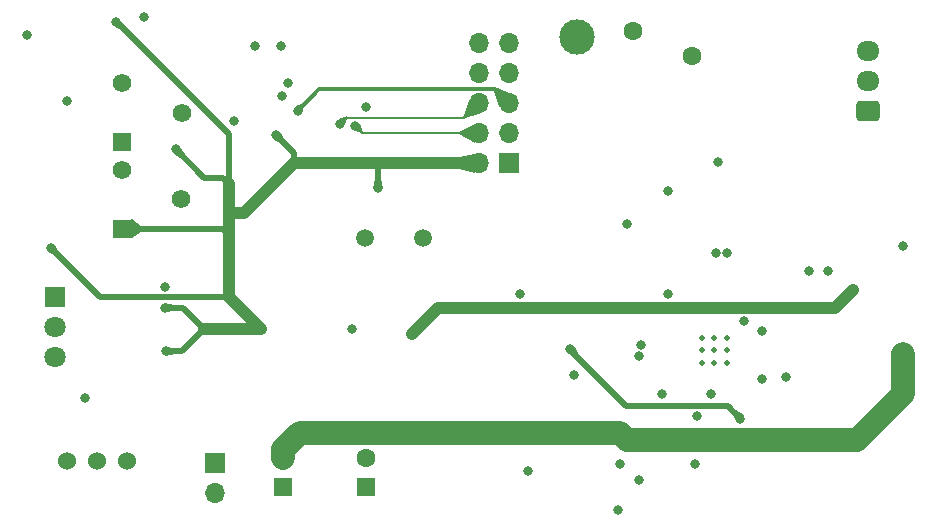
<source format=gbr>
%TF.GenerationSoftware,KiCad,Pcbnew,7.0.8-7.0.8~ubuntu22.04.1*%
%TF.CreationDate,2023-11-02T09:44:39+03:00*%
%TF.ProjectId,outdoor-module,6f757464-6f6f-4722-9d6d-6f64756c652e,rev?*%
%TF.SameCoordinates,Original*%
%TF.FileFunction,Copper,L2,Inr*%
%TF.FilePolarity,Positive*%
%FSLAX46Y46*%
G04 Gerber Fmt 4.6, Leading zero omitted, Abs format (unit mm)*
G04 Created by KiCad (PCBNEW 7.0.8-7.0.8~ubuntu22.04.1) date 2023-11-02 09:44:39*
%MOMM*%
%LPD*%
G01*
G04 APERTURE LIST*
G04 Aperture macros list*
%AMRoundRect*
0 Rectangle with rounded corners*
0 $1 Rounding radius*
0 $2 $3 $4 $5 $6 $7 $8 $9 X,Y pos of 4 corners*
0 Add a 4 corners polygon primitive as box body*
4,1,4,$2,$3,$4,$5,$6,$7,$8,$9,$2,$3,0*
0 Add four circle primitives for the rounded corners*
1,1,$1+$1,$2,$3*
1,1,$1+$1,$4,$5*
1,1,$1+$1,$6,$7*
1,1,$1+$1,$8,$9*
0 Add four rect primitives between the rounded corners*
20,1,$1+$1,$2,$3,$4,$5,0*
20,1,$1+$1,$4,$5,$6,$7,0*
20,1,$1+$1,$6,$7,$8,$9,0*
20,1,$1+$1,$8,$9,$2,$3,0*%
G04 Aperture macros list end*
%TA.AperFunction,ComponentPad*%
%ADD10C,1.500000*%
%TD*%
%TA.AperFunction,ComponentPad*%
%ADD11C,3.000000*%
%TD*%
%TA.AperFunction,ComponentPad*%
%ADD12R,1.800000X1.800000*%
%TD*%
%TA.AperFunction,ComponentPad*%
%ADD13C,1.800000*%
%TD*%
%TA.AperFunction,ComponentPad*%
%ADD14R,1.700000X1.700000*%
%TD*%
%TA.AperFunction,ComponentPad*%
%ADD15O,1.700000X1.700000*%
%TD*%
%TA.AperFunction,ComponentPad*%
%ADD16R,1.600000X1.600000*%
%TD*%
%TA.AperFunction,ComponentPad*%
%ADD17C,1.600000*%
%TD*%
%TA.AperFunction,ComponentPad*%
%ADD18R,1.560000X1.560000*%
%TD*%
%TA.AperFunction,ComponentPad*%
%ADD19C,1.560000*%
%TD*%
%TA.AperFunction,ComponentPad*%
%ADD20C,1.524000*%
%TD*%
%TA.AperFunction,ComponentPad*%
%ADD21C,0.500000*%
%TD*%
%TA.AperFunction,ComponentPad*%
%ADD22RoundRect,0.250000X0.725000X-0.600000X0.725000X0.600000X-0.725000X0.600000X-0.725000X-0.600000X0*%
%TD*%
%TA.AperFunction,ComponentPad*%
%ADD23O,1.950000X1.700000*%
%TD*%
%TA.AperFunction,ViaPad*%
%ADD24C,0.800000*%
%TD*%
%TA.AperFunction,Conductor*%
%ADD25C,0.500000*%
%TD*%
%TA.AperFunction,Conductor*%
%ADD26C,1.000000*%
%TD*%
%TA.AperFunction,Conductor*%
%ADD27C,2.000000*%
%TD*%
%TA.AperFunction,Conductor*%
%ADD28C,0.300000*%
%TD*%
%TA.AperFunction,Conductor*%
%ADD29C,0.200000*%
%TD*%
G04 APERTURE END LIST*
D10*
%TO.N,Net-(U1-XTAL2{slash}PB7)*%
%TO.C,X1*%
X94800000Y-59100000D03*
%TO.N,Net-(U1-XTAL1{slash}PB6)*%
X89920000Y-59100000D03*
%TD*%
D11*
%TO.N,GNDA*%
%TO.C,TP2*%
X107900000Y-42100000D03*
%TD*%
D12*
%TO.N,Net-(D1-A1)*%
%TO.C,D1*%
X63700000Y-64050000D03*
D13*
%TO.N,Net-(D1-K)*%
X63700000Y-66590000D03*
%TO.N,Net-(D1-A2)*%
X63700000Y-69130000D03*
%TD*%
D14*
%TO.N,/MOSI*%
%TO.C,J2*%
X102075000Y-52775000D03*
D15*
%TO.N,+5V*%
X99535000Y-52775000D03*
%TO.N,unconnected-(J2-Pin_3-Pad3)*%
X102075000Y-50235000D03*
%TO.N,/RXD*%
X99535000Y-50235000D03*
%TO.N,/RESET#*%
X102075000Y-47695000D03*
%TO.N,/TXD*%
X99535000Y-47695000D03*
%TO.N,/SCK*%
X102075000Y-45155000D03*
%TO.N,GNDA*%
X99535000Y-45155000D03*
%TO.N,/MISO*%
X102075000Y-42615000D03*
%TO.N,GNDA*%
X99535000Y-42615000D03*
%TD*%
D16*
%TO.N,/VBAT_BEFORE_FUSE*%
%TO.C,C7*%
X90015000Y-80182380D03*
D17*
%TO.N,GNDA*%
X90015000Y-77682380D03*
%TD*%
%TO.N,/CHARGER_SUPPLY*%
%TO.C,RV2*%
X112600000Y-41600000D03*
%TO.N,GNDPWR*%
X117600000Y-43700000D03*
%TD*%
D18*
%TO.N,/NOISE*%
%TO.C,RV3*%
X69380000Y-51000000D03*
D19*
%TO.N,Net-(U10-Vin-)*%
X74380000Y-48500000D03*
%TO.N,GNDA*%
X69380000Y-46000000D03*
%TD*%
D16*
%TO.N,/VBAT_BEFORE_FUSE*%
%TO.C,C3*%
X83000000Y-80182380D03*
D17*
%TO.N,GNDPWR*%
X83000000Y-77682380D03*
%TD*%
D20*
%TO.N,/FM_OUT*%
%TO.C,U2*%
X69740000Y-78000000D03*
%TO.N,+5V*%
X67200000Y-78000000D03*
%TO.N,GNDA*%
X64660000Y-78000000D03*
%TD*%
D18*
%TO.N,+5V*%
%TO.C,RV1*%
X69360000Y-58300000D03*
D19*
%TO.N,Net-(U9-Vin-)*%
X74360000Y-55800000D03*
%TO.N,GNDA*%
X69360000Y-53300000D03*
%TD*%
D21*
%TO.N,GNDPWR*%
%TO.C,U8*%
X120550000Y-67550000D03*
X119500000Y-67550000D03*
X118450000Y-67550000D03*
X120550000Y-68600000D03*
X119500000Y-68600000D03*
X118450000Y-68600000D03*
X120550000Y-69650000D03*
X119500000Y-69650000D03*
X118450000Y-69650000D03*
%TD*%
D14*
%TO.N,GNDPWR*%
%TO.C,J1*%
X77225000Y-78150000D03*
D15*
%TO.N,/VBAT_BEFORE_FUSE*%
X77225000Y-80690000D03*
%TD*%
D22*
%TO.N,Net-(D7-A)*%
%TO.C,J4*%
X132475000Y-48300000D03*
D23*
%TO.N,GNDPWR*%
X132475000Y-45800000D03*
%TO.N,Net-(D6-A)*%
X132475000Y-43300000D03*
%TD*%
D24*
%TO.N,GNDA*%
X103000000Y-63800000D03*
X88800000Y-66800000D03*
X66200000Y-72600000D03*
X71200000Y-40400000D03*
X78800000Y-49200000D03*
X90000000Y-48000000D03*
%TO.N,+5V*%
X117887500Y-78200000D03*
X63300000Y-59900000D03*
X115100000Y-72300000D03*
X68800000Y-40800000D03*
X72950560Y-64987500D03*
X91000000Y-54900000D03*
X81100000Y-66800000D03*
X82400000Y-50400000D03*
X115600000Y-63800000D03*
X73900000Y-51600000D03*
X73050560Y-68687500D03*
%TO.N,GNDA*%
X107300000Y-68500000D03*
X121700000Y-74400000D03*
%TO.N,GNDPWR*%
X135500000Y-59750000D03*
X123500000Y-71000000D03*
X135000000Y-68750000D03*
X136000000Y-68750000D03*
%TO.N,/RESET#*%
X84200000Y-48300000D03*
%TO.N,+3V3*%
X61300000Y-41900000D03*
%TO.N,Net-(Q4-G)*%
X115600000Y-55100000D03*
%TO.N,Net-(Q3-S)*%
X119800000Y-52700000D03*
%TO.N,Net-(Q4-D)*%
X127500000Y-61900000D03*
%TO.N,/VSYS*%
X131200000Y-63500000D03*
X129100000Y-61900000D03*
X93868750Y-67193750D03*
%TO.N,/NOISE_ALARM*%
X73020000Y-63250500D03*
%TO.N,/CHARGER_PHASE*%
X123500000Y-67000000D03*
X125525000Y-70900000D03*
%TO.N,/CHARGER_BATSRC*%
X113100000Y-79600000D03*
X111300000Y-82100000D03*
%TO.N,/VBAT*%
X111500000Y-78200000D03*
X103700000Y-78800000D03*
%TO.N,Net-(D3-K)*%
X107600000Y-70700000D03*
%TO.N,/RXD*%
X89100000Y-49600000D03*
%TO.N,/TXD*%
X87819622Y-49419622D03*
%TO.N,Net-(Q3-G)*%
X112100000Y-57900000D03*
%TO.N,/SDA*%
X113278063Y-68116487D03*
X83395892Y-46000000D03*
X82800000Y-42800000D03*
%TO.N,/SCL*%
X80600000Y-42800000D03*
X113100000Y-69100000D03*
X82900000Y-47100000D03*
%TO.N,Net-(U8-VCC)*%
X122000000Y-66100000D03*
%TO.N,Net-(U10-Vin+)*%
X64700000Y-47487500D03*
%TO.N,Net-(U8-ACDRV)*%
X119600000Y-60400000D03*
%TO.N,Net-(U8-CMSRC)*%
X120599503Y-60400000D03*
%TO.N,Net-(U8-BATDRV)*%
X119200500Y-72300000D03*
%TO.N,Net-(U8-BATSRC)*%
X118000000Y-74200000D03*
%TD*%
D25*
%TO.N,+5V*%
X78400000Y-54500000D02*
X77900000Y-54000000D01*
X77900000Y-54000000D02*
X76300000Y-54000000D01*
X76300000Y-54000000D02*
X73900000Y-51600000D01*
X78400000Y-50300000D02*
X68900000Y-40800000D01*
D26*
X78400000Y-57000000D02*
X78400000Y-54500000D01*
D25*
X78400000Y-54500000D02*
X78400000Y-50300000D01*
X74487500Y-64987500D02*
X76300000Y-66800000D01*
D26*
X78400000Y-58800000D02*
X78400000Y-57000000D01*
D25*
X63300000Y-59900000D02*
X67500000Y-64100000D01*
D26*
X90800000Y-52775000D02*
X99535000Y-52775000D01*
D25*
X78400000Y-58800000D02*
X77900000Y-58300000D01*
X67500000Y-64100000D02*
X78400000Y-64100000D01*
X74412500Y-68687500D02*
X76300000Y-66800000D01*
X83885000Y-52775000D02*
X83885000Y-51885000D01*
D26*
X78400000Y-59900000D02*
X78400000Y-58800000D01*
D25*
X72950560Y-64987500D02*
X74487500Y-64987500D01*
X91000000Y-54700000D02*
X90900000Y-54800000D01*
D26*
X83885000Y-52775000D02*
X90800000Y-52775000D01*
X78400000Y-57000000D02*
X79660000Y-57000000D01*
D25*
X73050560Y-68687500D02*
X74412500Y-68687500D01*
X83885000Y-51885000D02*
X82400000Y-50400000D01*
D26*
X78400000Y-64100000D02*
X78400000Y-59900000D01*
D25*
X90800000Y-52775000D02*
X91000000Y-52975000D01*
D26*
X79660000Y-57000000D02*
X83885000Y-52775000D01*
X81100000Y-66800000D02*
X76300000Y-66800000D01*
D25*
X77900000Y-58300000D02*
X69360000Y-58300000D01*
X91000000Y-52975000D02*
X91000000Y-54700000D01*
D26*
X78400000Y-64100000D02*
X81100000Y-66800000D01*
D25*
%TO.N,GNDA*%
X107300000Y-68600000D02*
X107300000Y-68500000D01*
X120650000Y-73350000D02*
X112050000Y-73350000D01*
X121700000Y-74400000D02*
X120650000Y-73350000D01*
X107200000Y-68500000D02*
X107300000Y-68600000D01*
X107300000Y-68500000D02*
X107200000Y-68500000D01*
X112050000Y-73350000D02*
X107300000Y-68600000D01*
D27*
%TO.N,GNDPWR*%
X111482380Y-75582380D02*
X112100000Y-76200000D01*
X84417620Y-75582380D02*
X111482380Y-75582380D01*
X131600000Y-76200000D02*
X135500000Y-72300000D01*
X83000000Y-77000000D02*
X84417620Y-75582380D01*
X112100000Y-76200000D02*
X131600000Y-76200000D01*
X135500000Y-72300000D02*
X135500000Y-68900000D01*
X83000000Y-77682380D02*
X83000000Y-77000000D01*
D28*
%TO.N,/RESET#*%
X100875000Y-46495000D02*
X86005000Y-46495000D01*
X102075000Y-47695000D02*
X100875000Y-46495000D01*
X86005000Y-46495000D02*
X84200000Y-48300000D01*
D26*
%TO.N,/VSYS*%
X96062500Y-65000000D02*
X129700000Y-65000000D01*
X129700000Y-65000000D02*
X131200000Y-63500000D01*
X93868750Y-67193750D02*
X96062500Y-65000000D01*
D29*
%TO.N,/RXD*%
X89700000Y-50200000D02*
X99500000Y-50200000D01*
X89100000Y-49600000D02*
X89700000Y-50200000D01*
%TO.N,/TXD*%
X88339244Y-48900000D02*
X98300000Y-48900000D01*
X98300000Y-48900000D02*
X99505000Y-47695000D01*
X87819622Y-49419622D02*
X88339244Y-48900000D01*
%TD*%
%TA.AperFunction,Conductor*%
%TO.N,+5V*%
G36*
X74189421Y-51327117D02*
G01*
X74190783Y-51328762D01*
X74636978Y-51980895D01*
X74638822Y-51989658D01*
X74635595Y-51995775D01*
X74295775Y-52335595D01*
X74287502Y-52339022D01*
X74280895Y-52336978D01*
X73628762Y-51890783D01*
X73623869Y-51883283D01*
X73625713Y-51874520D01*
X73627075Y-51872875D01*
X73899293Y-51599293D01*
X74172875Y-51327075D01*
X74181156Y-51323669D01*
X74189421Y-51327117D01*
G37*
%TD.AperFunction*%
%TD*%
%TA.AperFunction,Conductor*%
%TO.N,+5V*%
G36*
X69090239Y-40526302D02*
G01*
X69091007Y-40527153D01*
X69575824Y-41120769D01*
X69578403Y-41129344D01*
X69575035Y-41136443D01*
X69235114Y-41476364D01*
X69226841Y-41479791D01*
X69221301Y-41478396D01*
X68938044Y-41326087D01*
X68656221Y-41174549D01*
X68650557Y-41167613D01*
X68650941Y-41159795D01*
X68798396Y-40801470D01*
X68800964Y-40797630D01*
X69073695Y-40526259D01*
X69081974Y-40522854D01*
X69090239Y-40526302D01*
G37*
%TD.AperFunction*%
%TD*%
%TA.AperFunction,Conductor*%
%TO.N,+5V*%
G36*
X63589421Y-59627117D02*
G01*
X63590783Y-59628762D01*
X64036978Y-60280895D01*
X64038822Y-60289658D01*
X64035595Y-60295775D01*
X63695775Y-60635595D01*
X63687502Y-60639022D01*
X63680895Y-60636978D01*
X63028762Y-60190783D01*
X63023869Y-60183283D01*
X63025713Y-60174520D01*
X63027075Y-60172875D01*
X63299293Y-59899293D01*
X63572875Y-59627075D01*
X63581156Y-59623669D01*
X63589421Y-59627117D01*
G37*
%TD.AperFunction*%
%TD*%
%TA.AperFunction,Conductor*%
%TO.N,+5V*%
G36*
X99209044Y-51993341D02*
G01*
X99213430Y-51998634D01*
X99534134Y-52770511D01*
X99534143Y-52779466D01*
X99534134Y-52779489D01*
X99213430Y-53551365D01*
X99207091Y-53557690D01*
X99200248Y-53558332D01*
X97844323Y-53276934D01*
X97836918Y-53271897D01*
X97835000Y-53265478D01*
X97835000Y-52284521D01*
X97838427Y-52276248D01*
X97844322Y-52273065D01*
X99200249Y-51991667D01*
X99209044Y-51993341D01*
G37*
%TD.AperFunction*%
%TD*%
%TA.AperFunction,Conductor*%
%TO.N,+5V*%
G36*
X72964377Y-64590090D02*
G01*
X73741017Y-64735710D01*
X73748516Y-64740603D01*
X73750560Y-64747210D01*
X73750560Y-65227789D01*
X73747133Y-65236062D01*
X73741016Y-65239289D01*
X72964380Y-65384908D01*
X72955617Y-65383064D01*
X72950724Y-65375564D01*
X72950524Y-65373446D01*
X72949560Y-64987500D01*
X72950524Y-64601559D01*
X72953972Y-64593297D01*
X72962253Y-64589891D01*
X72964377Y-64590090D01*
G37*
%TD.AperFunction*%
%TD*%
%TA.AperFunction,Conductor*%
%TO.N,+5V*%
G36*
X73064377Y-68290090D02*
G01*
X73841017Y-68435710D01*
X73848516Y-68440603D01*
X73850560Y-68447210D01*
X73850560Y-68927789D01*
X73847133Y-68936062D01*
X73841016Y-68939289D01*
X73064380Y-69084908D01*
X73055617Y-69083064D01*
X73050724Y-69075564D01*
X73050524Y-69073446D01*
X73049560Y-68687500D01*
X73050524Y-68301559D01*
X73053972Y-68293297D01*
X73062253Y-68289891D01*
X73064377Y-68290090D01*
G37*
%TD.AperFunction*%
%TD*%
%TA.AperFunction,Conductor*%
%TO.N,+5V*%
G36*
X82689421Y-50127117D02*
G01*
X82690783Y-50128762D01*
X83136978Y-50780895D01*
X83138822Y-50789658D01*
X83135595Y-50795775D01*
X82795775Y-51135595D01*
X82787502Y-51139022D01*
X82780895Y-51136978D01*
X82128762Y-50690783D01*
X82123869Y-50683283D01*
X82125713Y-50674520D01*
X82127075Y-50672875D01*
X82399293Y-50399293D01*
X82672875Y-50127075D01*
X82681156Y-50123669D01*
X82689421Y-50127117D01*
G37*
%TD.AperFunction*%
%TD*%
%TA.AperFunction,Conductor*%
%TO.N,+5V*%
G36*
X70148000Y-57525436D02*
G01*
X70914876Y-58046518D01*
X70919793Y-58054002D01*
X70920000Y-58056195D01*
X70920000Y-58543804D01*
X70916573Y-58552077D01*
X70914876Y-58553481D01*
X70148000Y-59074563D01*
X70139231Y-59076379D01*
X70133156Y-59073164D01*
X69611400Y-58552077D01*
X69367287Y-58308276D01*
X69363856Y-58300008D01*
X69367277Y-58291733D01*
X70133156Y-57526834D01*
X70141431Y-57523413D01*
X70148000Y-57525436D01*
G37*
%TD.AperFunction*%
%TD*%
%TA.AperFunction,Conductor*%
%TO.N,+5V*%
G36*
X91248563Y-54103427D02*
G01*
X91251790Y-54109544D01*
X91397408Y-54886179D01*
X91395564Y-54894942D01*
X91388064Y-54899835D01*
X91385937Y-54900035D01*
X91000000Y-54901000D01*
X90614062Y-54900035D01*
X90605797Y-54896587D01*
X90602391Y-54888306D01*
X90602591Y-54886179D01*
X90748210Y-54109544D01*
X90753103Y-54102044D01*
X90759710Y-54100000D01*
X91240290Y-54100000D01*
X91248563Y-54103427D01*
G37*
%TD.AperFunction*%
%TD*%
%TA.AperFunction,Conductor*%
%TO.N,GNDA*%
G36*
X121319104Y-73663021D02*
G01*
X121971237Y-74109216D01*
X121976130Y-74116716D01*
X121974286Y-74125479D01*
X121972924Y-74127124D01*
X121700707Y-74400707D01*
X121427124Y-74672924D01*
X121418843Y-74676330D01*
X121410578Y-74672882D01*
X121409216Y-74671237D01*
X120963021Y-74019104D01*
X120961177Y-74010341D01*
X120964402Y-74004226D01*
X121304225Y-73664403D01*
X121312497Y-73660977D01*
X121319104Y-73663021D01*
G37*
%TD.AperFunction*%
%TD*%
%TA.AperFunction,Conductor*%
%TO.N,GNDA*%
G36*
X107668746Y-68350963D02*
G01*
X107674549Y-68356221D01*
X107826087Y-68638044D01*
X107908336Y-68791007D01*
X107978396Y-68921300D01*
X107979296Y-68930210D01*
X107976364Y-68935114D01*
X107636443Y-69275035D01*
X107628170Y-69278462D01*
X107620769Y-69275824D01*
X107203599Y-68935114D01*
X107027152Y-68791006D01*
X107022913Y-68783119D01*
X107025492Y-68774544D01*
X107026246Y-68773707D01*
X107297630Y-68500963D01*
X107301470Y-68498396D01*
X107659795Y-68350942D01*
X107668746Y-68350963D01*
G37*
%TD.AperFunction*%
%TD*%
%TA.AperFunction,Conductor*%
%TO.N,/RESET#*%
G36*
X100887806Y-46350820D02*
G01*
X102388885Y-46905491D01*
X102395457Y-46911572D01*
X102395804Y-46920520D01*
X102395643Y-46920931D01*
X102077853Y-47690511D01*
X102071528Y-47696850D01*
X102071512Y-47696856D01*
X101301621Y-48015349D01*
X101292666Y-48015345D01*
X101286337Y-48009011D01*
X101285957Y-48007950D01*
X100872560Y-46646662D01*
X100872055Y-46643262D01*
X100872055Y-46361796D01*
X100875482Y-46353523D01*
X100883755Y-46350096D01*
X100887806Y-46350820D01*
G37*
%TD.AperFunction*%
%TD*%
%TA.AperFunction,Conductor*%
%TO.N,/RESET#*%
G36*
X84665548Y-47634178D02*
G01*
X84865821Y-47834451D01*
X84869248Y-47842724D01*
X84868041Y-47847900D01*
X84574387Y-48443268D01*
X84567654Y-48449171D01*
X84559442Y-48448912D01*
X84203804Y-48302563D01*
X84197457Y-48296245D01*
X84197436Y-48296195D01*
X84051087Y-47940557D01*
X84051108Y-47931603D01*
X84056730Y-47925612D01*
X84652099Y-47631957D01*
X84661035Y-47631372D01*
X84665548Y-47634178D01*
G37*
%TD.AperFunction*%
%TD*%
%TA.AperFunction,Conductor*%
%TO.N,/RXD*%
G36*
X99214200Y-49460526D02*
G01*
X99214438Y-49461061D01*
X99534134Y-50230511D01*
X99534143Y-50239466D01*
X99534134Y-50239489D01*
X99214636Y-51008463D01*
X99208297Y-51014788D01*
X99199342Y-51014779D01*
X99198379Y-51014326D01*
X97848210Y-50303290D01*
X97842487Y-50296403D01*
X97841962Y-50292938D01*
X97841962Y-50107392D01*
X97845389Y-50099119D01*
X97848634Y-50096827D01*
X99198611Y-49454982D01*
X99207552Y-49454526D01*
X99214200Y-49460526D01*
G37*
%TD.AperFunction*%
%TD*%
%TA.AperFunction,Conductor*%
%TO.N,/RXD*%
G36*
X89467688Y-49451399D02*
G01*
X89474005Y-49457743D01*
X89733426Y-50087762D01*
X89733407Y-50096717D01*
X89730880Y-50100490D01*
X89600490Y-50230880D01*
X89592217Y-50234307D01*
X89587762Y-50233426D01*
X88957743Y-49974005D01*
X88951398Y-49967686D01*
X88951378Y-49958735D01*
X89097437Y-49603802D01*
X89103753Y-49597457D01*
X89458735Y-49451378D01*
X89467688Y-49451399D01*
G37*
%TD.AperFunction*%
%TD*%
%TA.AperFunction,Conductor*%
%TO.N,/TXD*%
G36*
X98761156Y-47374449D02*
G01*
X98919430Y-47439806D01*
X99531215Y-47692438D01*
X99537552Y-47698761D01*
X99537562Y-47698785D01*
X99855432Y-48468556D01*
X99855423Y-48477511D01*
X99849084Y-48483836D01*
X99848181Y-48484166D01*
X98398406Y-48947636D01*
X98389482Y-48946891D01*
X98386570Y-48944765D01*
X98255376Y-48813571D01*
X98251949Y-48805298D01*
X98252594Y-48801466D01*
X98745638Y-47381423D01*
X98751588Y-47374734D01*
X98760528Y-47374210D01*
X98761156Y-47374449D01*
G37*
%TD.AperFunction*%
%TD*%
%TA.AperFunction,Conductor*%
%TO.N,/TXD*%
G36*
X88397868Y-48805828D02*
G01*
X88403769Y-48812563D01*
X88404388Y-48816319D01*
X88404388Y-48997874D01*
X88403640Y-49001990D01*
X88193424Y-49561383D01*
X88187306Y-49567922D01*
X88178356Y-49568219D01*
X88178005Y-49568081D01*
X87823121Y-49421480D01*
X87816783Y-49415154D01*
X87671293Y-49061598D01*
X87671314Y-49052646D01*
X87677661Y-49046328D01*
X87678329Y-49046077D01*
X88388932Y-48805238D01*
X88397868Y-48805828D01*
G37*
%TD.AperFunction*%
%TD*%
M02*

</source>
